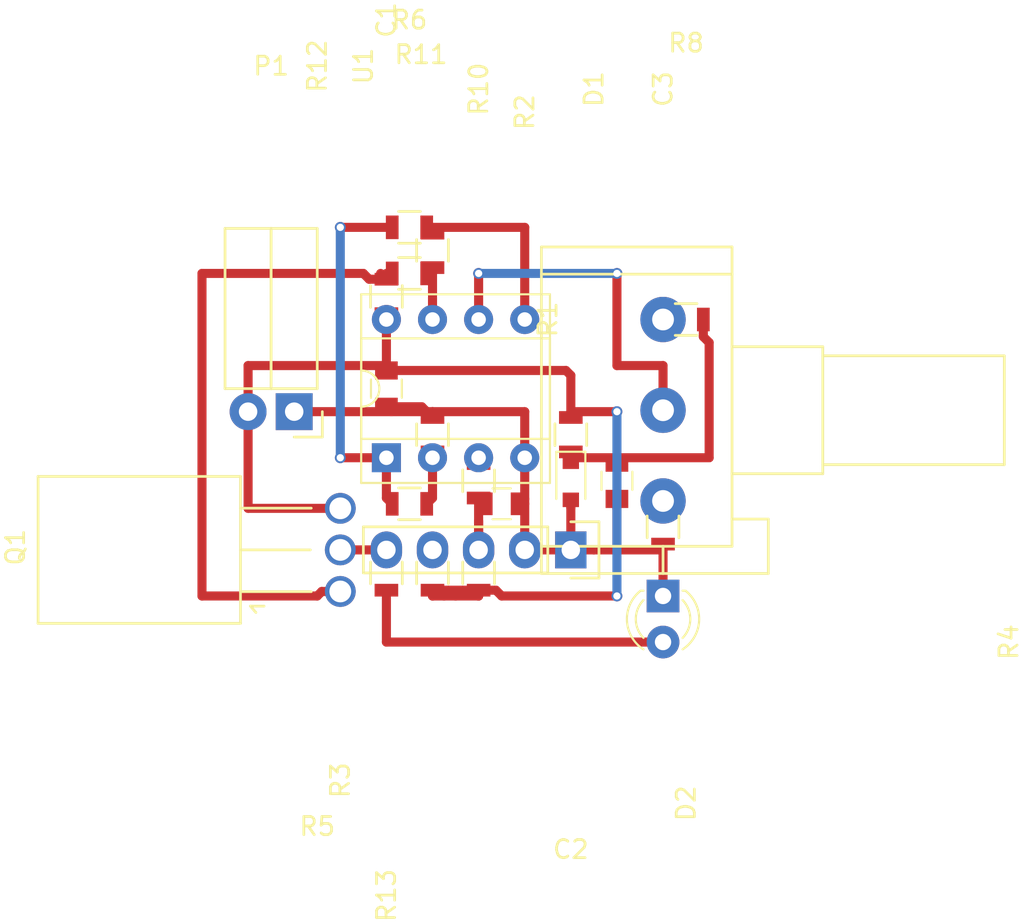
<source format=kicad_pcb>
(kicad_pcb (version 4) (host pcbnew 4.0.4+e1-6308~48~ubuntu16.04.1-stable)

  (general
    (links 41)
    (no_connects 0)
    (area 0 0 0 0)
    (thickness 1.6)
    (drawings 0)
    (tracks 97)
    (zones 0)
    (modules 23)
    (nets 17)
  )

  (page A4)
  (layers
    (0 F.Cu signal)
    (31 B.Cu signal)
    (32 B.Adhes user)
    (33 F.Adhes user)
    (34 B.Paste user)
    (35 F.Paste user)
    (36 B.SilkS user)
    (37 F.SilkS user)
    (38 B.Mask user)
    (39 F.Mask user)
    (40 Dwgs.User user)
    (41 Cmts.User user)
    (42 Eco1.User user)
    (43 Eco2.User user)
    (44 Edge.Cuts user)
    (45 Margin user)
    (46 B.CrtYd user)
    (47 F.CrtYd user)
    (48 B.Fab user)
    (49 F.Fab user)
  )

  (setup
    (last_trace_width 0.25)
    (user_trace_width 0.5)
    (user_trace_width 1)
    (trace_clearance 0.2)
    (zone_clearance 0.508)
    (zone_45_only no)
    (trace_min 0.2)
    (segment_width 0.2)
    (edge_width 0.15)
    (via_size 0.6)
    (via_drill 0.4)
    (via_min_size 0.4)
    (via_min_drill 0.3)
    (uvia_size 0.3)
    (uvia_drill 0.1)
    (uvias_allowed no)
    (uvia_min_size 0.2)
    (uvia_min_drill 0.1)
    (pcb_text_width 0.3)
    (pcb_text_size 1.5 1.5)
    (mod_edge_width 0.15)
    (mod_text_size 1 1)
    (mod_text_width 0.15)
    (pad_size 1.524 1.524)
    (pad_drill 0.762)
    (pad_to_mask_clearance 0.2)
    (aux_axis_origin 0 0)
    (visible_elements 7FFFEFFF)
    (pcbplotparams
      (layerselection 0x00030_80000001)
      (usegerberextensions false)
      (excludeedgelayer true)
      (linewidth 0.100000)
      (plotframeref false)
      (viasonmask false)
      (mode 1)
      (useauxorigin false)
      (hpglpennumber 1)
      (hpglpenspeed 20)
      (hpglpendiameter 15)
      (hpglpenoverlay 2)
      (psnegative false)
      (psa4output false)
      (plotreference true)
      (plotvalue true)
      (plotinvisibletext false)
      (padsonsilk false)
      (subtractmaskfromsilk false)
      (outputformat 1)
      (mirror false)
      (drillshape 1)
      (scaleselection 1)
      (outputdirectory ""))
  )

  (net 0 "")
  (net 1 GNDREF)
  (net 2 VCC)
  (net 3 "Net-(D2-Pad2)")
  (net 4 "Net-(P2-Pad5)")
  (net 5 "Net-(Q1-Pad1)")
  (net 6 "Net-(C3-Pad2)")
  (net 7 "Net-(R4-Pad2)")
  (net 8 "Net-(C2-Pad1)")
  (net 9 "Net-(R3-Pad1)")
  (net 10 "Net-(R5-Pad2)")
  (net 11 "Net-(R10-Pad1)")
  (net 12 "Net-(R8-Pad2)")
  (net 13 "Net-(R9-Pad1)")
  (net 14 "Net-(R10-Pad2)")
  (net 15 "Net-(RV1-Pad2)")
  (net 16 "Net-(P2-Pad4)")

  (net_class Default "This is the default net class."
    (clearance 0.2)
    (trace_width 0.25)
    (via_dia 0.6)
    (via_drill 0.4)
    (uvia_dia 0.3)
    (uvia_drill 0.1)
    (add_net GNDREF)
    (add_net "Net-(C2-Pad1)")
    (add_net "Net-(C3-Pad2)")
    (add_net "Net-(D2-Pad2)")
    (add_net "Net-(P2-Pad4)")
    (add_net "Net-(P2-Pad5)")
    (add_net "Net-(Q1-Pad1)")
    (add_net "Net-(R10-Pad1)")
    (add_net "Net-(R10-Pad2)")
    (add_net "Net-(R3-Pad1)")
    (add_net "Net-(R4-Pad2)")
    (add_net "Net-(R5-Pad2)")
    (add_net "Net-(R8-Pad2)")
    (add_net "Net-(R9-Pad1)")
    (add_net "Net-(RV1-Pad2)")
    (add_net VCC)
  )

  (module Housings_DIP:DIP-8_W7.62mm_Socket (layer F.Cu) (tedit 58959CEB) (tstamp 5888C32F)
    (at 171.45 101.6 90)
    (descr "8-lead dip package, row spacing 7.62 mm (300 mils), Socket")
    (tags "DIL DIP PDIP 2.54mm 7.62mm 300mil Socket")
    (path /5887F12D)
    (fp_text reference U1 (at 21.59 -1.27 90) (layer F.SilkS)
      (effects (font (size 1 1) (thickness 0.15)))
    )
    (fp_text value LM358 (at 5.08 6.35 180) (layer F.Fab)
      (effects (font (size 1 1) (thickness 0.15)))
    )
    (fp_arc (start 3.81 -1.39) (end 2.81 -1.39) (angle -180) (layer F.SilkS) (width 0.12))
    (fp_line (start 1.635 -1.27) (end 6.985 -1.27) (layer F.Fab) (width 0.1))
    (fp_line (start 6.985 -1.27) (end 6.985 8.89) (layer F.Fab) (width 0.1))
    (fp_line (start 6.985 8.89) (end 0.635 8.89) (layer F.Fab) (width 0.1))
    (fp_line (start 0.635 8.89) (end 0.635 -0.27) (layer F.Fab) (width 0.1))
    (fp_line (start 0.635 -0.27) (end 1.635 -1.27) (layer F.Fab) (width 0.1))
    (fp_line (start -1.27 -1.27) (end -1.27 8.89) (layer F.Fab) (width 0.1))
    (fp_line (start -1.27 8.89) (end 8.89 8.89) (layer F.Fab) (width 0.1))
    (fp_line (start 8.89 8.89) (end 8.89 -1.27) (layer F.Fab) (width 0.1))
    (fp_line (start 8.89 -1.27) (end -1.27 -1.27) (layer F.Fab) (width 0.1))
    (fp_line (start 2.81 -1.39) (end 1.04 -1.39) (layer F.SilkS) (width 0.12))
    (fp_line (start 1.04 -1.39) (end 1.04 9.01) (layer F.SilkS) (width 0.12))
    (fp_line (start 1.04 9.01) (end 6.58 9.01) (layer F.SilkS) (width 0.12))
    (fp_line (start 6.58 9.01) (end 6.58 -1.39) (layer F.SilkS) (width 0.12))
    (fp_line (start 6.58 -1.39) (end 4.81 -1.39) (layer F.SilkS) (width 0.12))
    (fp_line (start -1.39 -1.39) (end -1.39 9.01) (layer F.SilkS) (width 0.12))
    (fp_line (start -1.39 9.01) (end 9.01 9.01) (layer F.SilkS) (width 0.12))
    (fp_line (start 9.01 9.01) (end 9.01 -1.39) (layer F.SilkS) (width 0.12))
    (fp_line (start 9.01 -1.39) (end -1.39 -1.39) (layer F.SilkS) (width 0.12))
    (fp_line (start -1.7 -1.7) (end -1.7 9.3) (layer F.CrtYd) (width 0.05))
    (fp_line (start -1.7 9.3) (end 9.3 9.3) (layer F.CrtYd) (width 0.05))
    (fp_line (start 9.3 9.3) (end 9.3 -1.7) (layer F.CrtYd) (width 0.05))
    (fp_line (start 9.3 -1.7) (end -1.7 -1.7) (layer F.CrtYd) (width 0.05))
    (pad 1 thru_hole rect (at 0 0 90) (size 1.6 1.6) (drill 0.8) (layers *.Cu *.Mask)
      (net 10 "Net-(R5-Pad2)"))
    (pad 5 thru_hole oval (at 7.62 7.62 90) (size 1.6 1.6) (drill 0.8) (layers *.Cu *.Mask)
      (net 11 "Net-(R10-Pad1)"))
    (pad 2 thru_hole oval (at 0 2.54 90) (size 1.6 1.6) (drill 0.8) (layers *.Cu *.Mask)
      (net 7 "Net-(R4-Pad2)"))
    (pad 6 thru_hole oval (at 7.62 5.08 90) (size 1.6 1.6) (drill 0.8) (layers *.Cu *.Mask)
      (net 15 "Net-(RV1-Pad2)"))
    (pad 3 thru_hole oval (at 0 5.08 90) (size 1.6 1.6) (drill 0.8) (layers *.Cu *.Mask)
      (net 9 "Net-(R3-Pad1)"))
    (pad 7 thru_hole oval (at 7.62 2.54 90) (size 1.6 1.6) (drill 0.8) (layers *.Cu *.Mask)
      (net 14 "Net-(R10-Pad2)"))
    (pad 4 thru_hole oval (at 0 7.62 90) (size 1.6 1.6) (drill 0.8) (layers *.Cu *.Mask)
      (net 1 GNDREF))
    (pad 8 thru_hole oval (at 7.62 0 90) (size 1.6 1.6) (drill 0.8) (layers *.Cu *.Mask)
      (net 2 VCC))
    (model Housings_DIP.3dshapes/DIP-8_W7.62mm_Socket.wrl
      (at (xyz 0 0 0))
      (scale (xyz 1 1 1))
      (rotate (xyz 0 0 0))
    )
  )

  (module TO_SOT_Packages_THT:SOT126_SOT32_Housing_Horizontal (layer F.Cu) (tedit 58907979) (tstamp 58906921)
    (at 168.91 106.68 90)
    (descr "SOT126, SOT32, Housing, Horizontal,")
    (tags "SOT126, SOT32, Housing, Horizontal,")
    (path /588DC289)
    (fp_text reference Q1 (at 0.14986 -17.89938 90) (layer F.SilkS)
      (effects (font (size 1 1) (thickness 0.15)))
    )
    (fp_text value BD678 (at 1.27 -8.89 90) (layer F.Fab)
      (effects (font (size 1 1) (thickness 0.15)))
    )
    (fp_line (start -3.44932 -4.65074) (end -3.0988 -4.95046) (layer F.SilkS) (width 0.15))
    (fp_line (start -3.0988 -4.95046) (end -3.0988 -4.20116) (layer F.SilkS) (width 0.15))
    (fp_line (start -2.30124 -5.4991) (end -2.30124 -1.6002) (layer F.SilkS) (width 0.15))
    (fp_line (start 2.30124 -5.4991) (end 2.30124 -1.6002) (layer F.SilkS) (width 0.15))
    (fp_line (start 0 -5.4991) (end 0 -1.651) (layer F.SilkS) (width 0.15))
    (fp_line (start 4.04876 -5.4991) (end 4.04876 -16.6497) (layer F.SilkS) (width 0.15))
    (fp_line (start 4.04876 -16.6497) (end -4.04876 -16.6497) (layer F.SilkS) (width 0.15))
    (fp_line (start -4.04876 -16.6497) (end -4.04876 -5.4991) (layer F.SilkS) (width 0.15))
    (fp_line (start 4.04876 -5.4991) (end -4.04876 -5.4991) (layer F.SilkS) (width 0.15))
    (pad 2 thru_hole circle (at 0 0 90) (size 1.69926 1.69926) (drill 1.19888) (layers *.Cu *.Mask)
      (net 4 "Net-(P2-Pad5)"))
    (pad 1 thru_hole circle (at -2.29108 0 90) (size 1.69926 1.69926) (drill 1.19888) (layers *.Cu *.Mask)
      (net 5 "Net-(Q1-Pad1)"))
    (pad 3 thru_hole circle (at 2.29108 0 90) (size 1.69926 1.69926) (drill 1.19888) (layers *.Cu *.Mask)
      (net 2 VCC))
    (pad "" np_thru_hole circle (at 0 -12.79906 90) (size 3.2004 3.2004) (drill 3.2004) (layers *.Cu *.Mask))
    (model TO_SOT_Packages_THT.3dshapes/SOT126_SOT32_Housing_Horizontal.wrl
      (at (xyz 0 0 0))
      (scale (xyz 0.3937 0.3937 0.3937))
      (rotate (xyz 0 0 0))
    )
  )

  (module Resistors_SMD:R_0805 (layer F.Cu) (tedit 58892D5F) (tstamp 5885CE43)
    (at 171.45 92.71 270)
    (descr "Resistor SMD 0805, reflow soldering, Vishay (see dcrcw.pdf)")
    (tags "resistor 0805")
    (path /58891415)
    (attr smd)
    (fp_text reference R12 (at -12.7 3.81 270) (layer F.SilkS)
      (effects (font (size 1 1) (thickness 0.15)))
    )
    (fp_text value 1K (at 0 1.27 270) (layer F.Fab)
      (effects (font (size 1 1) (thickness 0.15)))
    )
    (fp_line (start -1 0.625) (end -1 -0.625) (layer F.Fab) (width 0.1))
    (fp_line (start 1 0.625) (end -1 0.625) (layer F.Fab) (width 0.1))
    (fp_line (start 1 -0.625) (end 1 0.625) (layer F.Fab) (width 0.1))
    (fp_line (start -1 -0.625) (end 1 -0.625) (layer F.Fab) (width 0.1))
    (fp_line (start -1.6 -1) (end 1.6 -1) (layer F.CrtYd) (width 0.05))
    (fp_line (start -1.6 1) (end 1.6 1) (layer F.CrtYd) (width 0.05))
    (fp_line (start -1.6 -1) (end -1.6 1) (layer F.CrtYd) (width 0.05))
    (fp_line (start 1.6 -1) (end 1.6 1) (layer F.CrtYd) (width 0.05))
    (fp_line (start 0.6 0.875) (end -0.6 0.875) (layer F.SilkS) (width 0.15))
    (fp_line (start -0.6 -0.875) (end 0.6 -0.875) (layer F.SilkS) (width 0.15))
    (pad 1 smd rect (at -0.95 0 270) (size 0.7 1.3) (layers F.Cu F.Paste F.Mask)
      (net 5 "Net-(Q1-Pad1)"))
    (pad 2 smd rect (at 0.95 0 270) (size 0.7 1.3) (layers F.Cu F.Paste F.Mask)
      (net 2 VCC))
    (model Resistors_SMD.3dshapes/R_0805.wrl
      (at (xyz 0 0 0))
      (scale (xyz 1 1 1))
      (rotate (xyz 0 0 0))
    )
  )

  (module Resistors_SMD:R_0805 (layer F.Cu) (tedit 58959D01) (tstamp 5885CE19)
    (at 172.72 104.14 180)
    (descr "Resistor SMD 0805, reflow soldering, Vishay (see dcrcw.pdf)")
    (tags "resistor 0805")
    (path /5887F133)
    (attr smd)
    (fp_text reference R5 (at 5.08 -17.78 180) (layer F.SilkS)
      (effects (font (size 1 1) (thickness 0.15)))
    )
    (fp_text value 100K (at 1.27 0 360) (layer F.Fab)
      (effects (font (size 1 1) (thickness 0.15)))
    )
    (fp_line (start -1 0.625) (end -1 -0.625) (layer F.Fab) (width 0.1))
    (fp_line (start 1 0.625) (end -1 0.625) (layer F.Fab) (width 0.1))
    (fp_line (start 1 -0.625) (end 1 0.625) (layer F.Fab) (width 0.1))
    (fp_line (start -1 -0.625) (end 1 -0.625) (layer F.Fab) (width 0.1))
    (fp_line (start -1.6 -1) (end 1.6 -1) (layer F.CrtYd) (width 0.05))
    (fp_line (start -1.6 1) (end 1.6 1) (layer F.CrtYd) (width 0.05))
    (fp_line (start -1.6 -1) (end -1.6 1) (layer F.CrtYd) (width 0.05))
    (fp_line (start 1.6 -1) (end 1.6 1) (layer F.CrtYd) (width 0.05))
    (fp_line (start 0.6 0.875) (end -0.6 0.875) (layer F.SilkS) (width 0.15))
    (fp_line (start -0.6 -0.875) (end 0.6 -0.875) (layer F.SilkS) (width 0.15))
    (pad 1 smd rect (at -0.95 0 180) (size 0.7 1.3) (layers F.Cu F.Paste F.Mask)
      (net 7 "Net-(R4-Pad2)"))
    (pad 2 smd rect (at 0.95 0 180) (size 0.7 1.3) (layers F.Cu F.Paste F.Mask)
      (net 10 "Net-(R5-Pad2)"))
    (model Resistors_SMD.3dshapes/R_0805.wrl
      (at (xyz 0 0 0))
      (scale (xyz 1 1 1))
      (rotate (xyz 0 0 0))
    )
  )

  (module Resistors_SMD:R_0805 (layer F.Cu) (tedit 58959CB8) (tstamp 5885CE0D)
    (at 176.53 102.87 270)
    (descr "Resistor SMD 0805, reflow soldering, Vishay (see dcrcw.pdf)")
    (tags "resistor 0805")
    (path /5887F13F)
    (attr smd)
    (fp_text reference R3 (at 16.51 7.62 270) (layer F.SilkS)
      (effects (font (size 1 1) (thickness 0.15)))
    )
    (fp_text value 10K (at -3.81 0 270) (layer F.Fab)
      (effects (font (size 1 1) (thickness 0.15)))
    )
    (fp_line (start -1 0.625) (end -1 -0.625) (layer F.Fab) (width 0.1))
    (fp_line (start 1 0.625) (end -1 0.625) (layer F.Fab) (width 0.1))
    (fp_line (start 1 -0.625) (end 1 0.625) (layer F.Fab) (width 0.1))
    (fp_line (start -1 -0.625) (end 1 -0.625) (layer F.Fab) (width 0.1))
    (fp_line (start -1.6 -1) (end 1.6 -1) (layer F.CrtYd) (width 0.05))
    (fp_line (start -1.6 1) (end 1.6 1) (layer F.CrtYd) (width 0.05))
    (fp_line (start -1.6 -1) (end -1.6 1) (layer F.CrtYd) (width 0.05))
    (fp_line (start 1.6 -1) (end 1.6 1) (layer F.CrtYd) (width 0.05))
    (fp_line (start 0.6 0.875) (end -0.6 0.875) (layer F.SilkS) (width 0.15))
    (fp_line (start -0.6 -0.875) (end 0.6 -0.875) (layer F.SilkS) (width 0.15))
    (pad 1 smd rect (at -0.95 0 270) (size 0.7 1.3) (layers F.Cu F.Paste F.Mask)
      (net 9 "Net-(R3-Pad1)"))
    (pad 2 smd rect (at 0.95 0 270) (size 0.7 1.3) (layers F.Cu F.Paste F.Mask)
      (net 8 "Net-(C2-Pad1)"))
    (model Resistors_SMD.3dshapes/R_0805.wrl
      (at (xyz 0 0 0))
      (scale (xyz 1 1 1))
      (rotate (xyz 0 0 0))
    )
  )

  (module Capacitors_SMD:C_0805 (layer F.Cu) (tedit 58959CBC) (tstamp 5885CDC6)
    (at 177.8 104.14)
    (descr "Capacitor SMD 0805, reflow soldering, AVX (see smccp.pdf)")
    (tags "capacitor 0805")
    (path /5887F165)
    (attr smd)
    (fp_text reference C2 (at 3.81 19.05) (layer F.SilkS)
      (effects (font (size 1 1) (thickness 0.15)))
    )
    (fp_text value 100n (at 0 1.27) (layer F.Fab)
      (effects (font (size 1 1) (thickness 0.15)))
    )
    (fp_line (start -1 0.625) (end -1 -0.625) (layer F.Fab) (width 0.1))
    (fp_line (start 1 0.625) (end -1 0.625) (layer F.Fab) (width 0.1))
    (fp_line (start 1 -0.625) (end 1 0.625) (layer F.Fab) (width 0.1))
    (fp_line (start -1 -0.625) (end 1 -0.625) (layer F.Fab) (width 0.1))
    (fp_line (start -1.8 -1) (end 1.8 -1) (layer F.CrtYd) (width 0.05))
    (fp_line (start -1.8 1) (end 1.8 1) (layer F.CrtYd) (width 0.05))
    (fp_line (start -1.8 -1) (end -1.8 1) (layer F.CrtYd) (width 0.05))
    (fp_line (start 1.8 -1) (end 1.8 1) (layer F.CrtYd) (width 0.05))
    (fp_line (start 0.5 -0.85) (end -0.5 -0.85) (layer F.SilkS) (width 0.12))
    (fp_line (start -0.5 0.85) (end 0.5 0.85) (layer F.SilkS) (width 0.12))
    (pad 1 smd rect (at -1 0) (size 1 1.25) (layers F.Cu F.Paste F.Mask)
      (net 8 "Net-(C2-Pad1)"))
    (pad 2 smd rect (at 1 0) (size 1 1.25) (layers F.Cu F.Paste F.Mask)
      (net 1 GNDREF))
    (model Capacitors_SMD.3dshapes/C_0805.wrl
      (at (xyz 0 0 0))
      (scale (xyz 1 1 1))
      (rotate (xyz 0 0 0))
    )
  )

  (module Capacitors_SMD:C_0805 (layer F.Cu) (tedit 58907908) (tstamp 5885CDCC)
    (at 184.15 102.87 90)
    (descr "Capacitor SMD 0805, reflow soldering, AVX (see smccp.pdf)")
    (tags "capacitor 0805")
    (path /58897E0C)
    (attr smd)
    (fp_text reference C3 (at 21.59 2.54 90) (layer F.SilkS)
      (effects (font (size 1 1) (thickness 0.15)))
    )
    (fp_text value 100n (at 1.27 -1.27 90) (layer F.Fab)
      (effects (font (size 1 1) (thickness 0.15)))
    )
    (fp_line (start -1 0.625) (end -1 -0.625) (layer F.Fab) (width 0.1))
    (fp_line (start 1 0.625) (end -1 0.625) (layer F.Fab) (width 0.1))
    (fp_line (start 1 -0.625) (end 1 0.625) (layer F.Fab) (width 0.1))
    (fp_line (start -1 -0.625) (end 1 -0.625) (layer F.Fab) (width 0.1))
    (fp_line (start -1.8 -1) (end 1.8 -1) (layer F.CrtYd) (width 0.05))
    (fp_line (start -1.8 1) (end 1.8 1) (layer F.CrtYd) (width 0.05))
    (fp_line (start -1.8 -1) (end -1.8 1) (layer F.CrtYd) (width 0.05))
    (fp_line (start 1.8 -1) (end 1.8 1) (layer F.CrtYd) (width 0.05))
    (fp_line (start 0.5 -0.85) (end -0.5 -0.85) (layer F.SilkS) (width 0.12))
    (fp_line (start -0.5 0.85) (end 0.5 0.85) (layer F.SilkS) (width 0.12))
    (pad 1 smd rect (at -1 0 90) (size 1 1.25) (layers F.Cu F.Paste F.Mask)
      (net 1 GNDREF))
    (pad 2 smd rect (at 1 0 90) (size 1 1.25) (layers F.Cu F.Paste F.Mask)
      (net 6 "Net-(C3-Pad2)"))
    (model Capacitors_SMD.3dshapes/C_0805.wrl
      (at (xyz 0 0 0))
      (scale (xyz 1 1 1))
      (rotate (xyz 0 0 0))
    )
  )

  (module Diodes_SMD:D_0805 (layer F.Cu) (tedit 58959CDE) (tstamp 5885CDD8)
    (at 181.61 102.87 270)
    (descr "Diode SMD in 0805 package")
    (tags "smd diode")
    (path /58897DE2)
    (attr smd)
    (fp_text reference D1 (at -21.59 -1.27 270) (layer F.SilkS)
      (effects (font (size 1 1) (thickness 0.15)))
    )
    (fp_text value 5V1 (at 1.27 0 270) (layer F.Fab)
      (effects (font (size 1 1) (thickness 0.15)))
    )
    (fp_line (start -1.6 -0.8) (end -1.6 0.8) (layer F.SilkS) (width 0.12))
    (fp_line (start -1.7 0.88) (end -1.7 -0.88) (layer F.CrtYd) (width 0.05))
    (fp_line (start 1.7 0.88) (end -1.7 0.88) (layer F.CrtYd) (width 0.05))
    (fp_line (start 1.7 -0.88) (end 1.7 0.88) (layer F.CrtYd) (width 0.05))
    (fp_line (start -1.7 -0.88) (end 1.7 -0.88) (layer F.CrtYd) (width 0.05))
    (fp_line (start 0.2 0) (end 0.4 0) (layer F.Fab) (width 0.1))
    (fp_line (start -0.1 0) (end -0.3 0) (layer F.Fab) (width 0.1))
    (fp_line (start -0.1 -0.2) (end -0.1 0.2) (layer F.Fab) (width 0.1))
    (fp_line (start 0.2 0.2) (end 0.2 -0.2) (layer F.Fab) (width 0.1))
    (fp_line (start -0.1 0) (end 0.2 0.2) (layer F.Fab) (width 0.1))
    (fp_line (start 0.2 -0.2) (end -0.1 0) (layer F.Fab) (width 0.1))
    (fp_line (start -1 0.625) (end -1 -0.625) (layer F.Fab) (width 0.1))
    (fp_line (start 1 0.625) (end -1 0.625) (layer F.Fab) (width 0.1))
    (fp_line (start 1 -0.625) (end 1 0.625) (layer F.Fab) (width 0.1))
    (fp_line (start -1 -0.625) (end 1 -0.625) (layer F.Fab) (width 0.1))
    (fp_line (start -1.6 0.8) (end 1 0.8) (layer F.SilkS) (width 0.12))
    (fp_line (start -1.6 -0.8) (end 1 -0.8) (layer F.SilkS) (width 0.12))
    (pad 1 smd rect (at -1.05 0 270) (size 0.8 0.9) (layers F.Cu F.Paste F.Mask)
      (net 6 "Net-(C3-Pad2)"))
    (pad 2 smd rect (at 1.05 0 270) (size 0.8 0.9) (layers F.Cu F.Paste F.Mask)
      (net 1 GNDREF))
  )

  (module LEDs:LED_D3.0mm (layer F.Cu) (tedit 58959CAF) (tstamp 5885CDDE)
    (at 186.69 109.22 270)
    (descr "LED, diameter 3.0mm, 2 pins")
    (tags "LED diameter 3.0mm 2 pins")
    (path /5889142D)
    (fp_text reference D2 (at 11.43 -1.27 270) (layer F.SilkS)
      (effects (font (size 1 1) (thickness 0.15)))
    )
    (fp_text value LED (at 1.27 -3.81 270) (layer F.Fab)
      (effects (font (size 1 1) (thickness 0.15)))
    )
    (fp_arc (start 1.27 0) (end -0.23 -1.16619) (angle 284.3) (layer F.Fab) (width 0.1))
    (fp_arc (start 1.27 0) (end -0.29 -1.235516) (angle 108.8) (layer F.SilkS) (width 0.12))
    (fp_arc (start 1.27 0) (end -0.29 1.235516) (angle -108.8) (layer F.SilkS) (width 0.12))
    (fp_arc (start 1.27 0) (end 0.229039 -1.08) (angle 87.9) (layer F.SilkS) (width 0.12))
    (fp_arc (start 1.27 0) (end 0.229039 1.08) (angle -87.9) (layer F.SilkS) (width 0.12))
    (fp_circle (center 1.27 0) (end 2.77 0) (layer F.Fab) (width 0.1))
    (fp_line (start -0.23 -1.16619) (end -0.23 1.16619) (layer F.Fab) (width 0.1))
    (fp_line (start -0.29 -1.236) (end -0.29 -1.08) (layer F.SilkS) (width 0.12))
    (fp_line (start -0.29 1.08) (end -0.29 1.236) (layer F.SilkS) (width 0.12))
    (fp_line (start -1.15 -2.25) (end -1.15 2.25) (layer F.CrtYd) (width 0.05))
    (fp_line (start -1.15 2.25) (end 3.7 2.25) (layer F.CrtYd) (width 0.05))
    (fp_line (start 3.7 2.25) (end 3.7 -2.25) (layer F.CrtYd) (width 0.05))
    (fp_line (start 3.7 -2.25) (end -1.15 -2.25) (layer F.CrtYd) (width 0.05))
    (pad 1 thru_hole rect (at 0 0 270) (size 1.8 1.8) (drill 0.9) (layers *.Cu *.Mask)
      (net 1 GNDREF))
    (pad 2 thru_hole circle (at 2.54 0 270) (size 1.8 1.8) (drill 0.9) (layers *.Cu *.Mask)
      (net 3 "Net-(D2-Pad2)"))
    (model LEDs.3dshapes/LED_D3.0mm.wrl
      (at (xyz 0 0 0))
      (scale (xyz 0.393701 0.393701 0.393701))
      (rotate (xyz 0 0 0))
    )
  )

  (module Socket_Strips:Socket_Strip_Straight_1x05 (layer F.Cu) (tedit 588E30EE) (tstamp 5885CDED)
    (at 181.61 106.68 180)
    (descr "Through hole socket strip")
    (tags "socket strip")
    (path /58891446)
    (fp_text reference P2 (at -1.27 -12.7 180) (layer F.SilkS) hide
      (effects (font (size 1 1) (thickness 0.15)))
    )
    (fp_text value CONN_01X05 (at 5.08 -12.7 180) (layer F.Fab) hide
      (effects (font (size 1 1) (thickness 0.15)))
    )
    (fp_line (start -1.75 -1.75) (end -1.75 1.75) (layer F.CrtYd) (width 0.05))
    (fp_line (start 11.95 -1.75) (end 11.95 1.75) (layer F.CrtYd) (width 0.05))
    (fp_line (start -1.75 -1.75) (end 11.95 -1.75) (layer F.CrtYd) (width 0.05))
    (fp_line (start -1.75 1.75) (end 11.95 1.75) (layer F.CrtYd) (width 0.05))
    (fp_line (start 1.27 1.27) (end 11.43 1.27) (layer F.SilkS) (width 0.15))
    (fp_line (start 11.43 1.27) (end 11.43 -1.27) (layer F.SilkS) (width 0.15))
    (fp_line (start 11.43 -1.27) (end 1.27 -1.27) (layer F.SilkS) (width 0.15))
    (fp_line (start -1.55 1.55) (end 0 1.55) (layer F.SilkS) (width 0.15))
    (fp_line (start 1.27 1.27) (end 1.27 -1.27) (layer F.SilkS) (width 0.15))
    (fp_line (start 0 -1.55) (end -1.55 -1.55) (layer F.SilkS) (width 0.15))
    (fp_line (start -1.55 -1.55) (end -1.55 1.55) (layer F.SilkS) (width 0.15))
    (pad 1 thru_hole rect (at 0 0 180) (size 1.7272 2.032) (drill 1.016) (layers *.Cu *.Mask)
      (net 1 GNDREF))
    (pad 2 thru_hole oval (at 2.54 0 180) (size 1.7272 2.032) (drill 1.016) (layers *.Cu *.Mask)
      (net 1 GNDREF))
    (pad 3 thru_hole oval (at 5.08 0 180) (size 1.7272 2.032) (drill 1.016) (layers *.Cu *.Mask)
      (net 8 "Net-(C2-Pad1)"))
    (pad 4 thru_hole oval (at 7.62 0 180) (size 1.7272 2.032) (drill 1.016) (layers *.Cu *.Mask)
      (net 16 "Net-(P2-Pad4)"))
    (pad 5 thru_hole oval (at 10.16 0 180) (size 1.7272 2.032) (drill 1.016) (layers *.Cu *.Mask)
      (net 4 "Net-(P2-Pad5)"))
    (model Socket_Strips.3dshapes/Socket_Strip_Straight_1x05.wrl
      (at (xyz 0.2 0 0))
      (scale (xyz 1 1 1))
      (rotate (xyz 0 0 180))
    )
  )

  (module Resistors_SMD:R_0805 (layer F.Cu) (tedit 58959D06) (tstamp 5885CE01)
    (at 173.99 107.95 270)
    (descr "Resistor SMD 0805, reflow soldering, Vishay (see dcrcw.pdf)")
    (tags "resistor 0805")
    (path /588A1762)
    (attr smd)
    (fp_text reference R1 (at -13.97 -6.35 270) (layer F.SilkS)
      (effects (font (size 1 1) (thickness 0.15)))
    )
    (fp_text value 1K (at 2.54 0 270) (layer F.Fab)
      (effects (font (size 1 1) (thickness 0.15)))
    )
    (fp_line (start -1 0.625) (end -1 -0.625) (layer F.Fab) (width 0.1))
    (fp_line (start 1 0.625) (end -1 0.625) (layer F.Fab) (width 0.1))
    (fp_line (start 1 -0.625) (end 1 0.625) (layer F.Fab) (width 0.1))
    (fp_line (start -1 -0.625) (end 1 -0.625) (layer F.Fab) (width 0.1))
    (fp_line (start -1.6 -1) (end 1.6 -1) (layer F.CrtYd) (width 0.05))
    (fp_line (start -1.6 1) (end 1.6 1) (layer F.CrtYd) (width 0.05))
    (fp_line (start -1.6 -1) (end -1.6 1) (layer F.CrtYd) (width 0.05))
    (fp_line (start 1.6 -1) (end 1.6 1) (layer F.CrtYd) (width 0.05))
    (fp_line (start 0.6 0.875) (end -0.6 0.875) (layer F.SilkS) (width 0.15))
    (fp_line (start -0.6 -0.875) (end 0.6 -0.875) (layer F.SilkS) (width 0.15))
    (pad 1 smd rect (at -0.95 0 270) (size 0.7 1.3) (layers F.Cu F.Paste F.Mask)
      (net 16 "Net-(P2-Pad4)"))
    (pad 2 smd rect (at 0.95 0 270) (size 0.7 1.3) (layers F.Cu F.Paste F.Mask)
      (net 2 VCC))
    (model Resistors_SMD.3dshapes/R_0805.wrl
      (at (xyz 0 0 0))
      (scale (xyz 1 1 1))
      (rotate (xyz 0 0 0))
    )
  )

  (module Resistors_SMD:R_0805 (layer F.Cu) (tedit 58907942) (tstamp 5885CE07)
    (at 176.53 107.95 90)
    (descr "Resistor SMD 0805, reflow soldering, Vishay (see dcrcw.pdf)")
    (tags "resistor 0805")
    (path /5887F145)
    (attr smd)
    (fp_text reference R2 (at 25.4 2.54 90) (layer F.SilkS)
      (effects (font (size 1 1) (thickness 0.15)))
    )
    (fp_text value 100K (at -3.81 0 90) (layer F.Fab)
      (effects (font (size 1 1) (thickness 0.15)))
    )
    (fp_line (start -1 0.625) (end -1 -0.625) (layer F.Fab) (width 0.1))
    (fp_line (start 1 0.625) (end -1 0.625) (layer F.Fab) (width 0.1))
    (fp_line (start 1 -0.625) (end 1 0.625) (layer F.Fab) (width 0.1))
    (fp_line (start -1 -0.625) (end 1 -0.625) (layer F.Fab) (width 0.1))
    (fp_line (start -1.6 -1) (end 1.6 -1) (layer F.CrtYd) (width 0.05))
    (fp_line (start -1.6 1) (end 1.6 1) (layer F.CrtYd) (width 0.05))
    (fp_line (start -1.6 -1) (end -1.6 1) (layer F.CrtYd) (width 0.05))
    (fp_line (start 1.6 -1) (end 1.6 1) (layer F.CrtYd) (width 0.05))
    (fp_line (start 0.6 0.875) (end -0.6 0.875) (layer F.SilkS) (width 0.15))
    (fp_line (start -0.6 -0.875) (end 0.6 -0.875) (layer F.SilkS) (width 0.15))
    (pad 1 smd rect (at -0.95 0 90) (size 0.7 1.3) (layers F.Cu F.Paste F.Mask)
      (net 2 VCC))
    (pad 2 smd rect (at 0.95 0 90) (size 0.7 1.3) (layers F.Cu F.Paste F.Mask)
      (net 8 "Net-(C2-Pad1)"))
    (model Resistors_SMD.3dshapes/R_0805.wrl
      (at (xyz 0 0 0))
      (scale (xyz 1 1 1))
      (rotate (xyz 0 0 0))
    )
  )

  (module Resistors_SMD:R_0805 (layer F.Cu) (tedit 58959CF2) (tstamp 5885CE13)
    (at 173.99 100.33 270)
    (descr "Resistor SMD 0805, reflow soldering, Vishay (see dcrcw.pdf)")
    (tags "resistor 0805")
    (path /5887F139)
    (attr smd)
    (fp_text reference R4 (at 11.43 -31.75 270) (layer F.SilkS)
      (effects (font (size 1 1) (thickness 0.15)))
    )
    (fp_text value 1K (at -2.54 0 270) (layer F.Fab)
      (effects (font (size 1 1) (thickness 0.15)))
    )
    (fp_line (start -1 0.625) (end -1 -0.625) (layer F.Fab) (width 0.1))
    (fp_line (start 1 0.625) (end -1 0.625) (layer F.Fab) (width 0.1))
    (fp_line (start 1 -0.625) (end 1 0.625) (layer F.Fab) (width 0.1))
    (fp_line (start -1 -0.625) (end 1 -0.625) (layer F.Fab) (width 0.1))
    (fp_line (start -1.6 -1) (end 1.6 -1) (layer F.CrtYd) (width 0.05))
    (fp_line (start -1.6 1) (end 1.6 1) (layer F.CrtYd) (width 0.05))
    (fp_line (start -1.6 -1) (end -1.6 1) (layer F.CrtYd) (width 0.05))
    (fp_line (start 1.6 -1) (end 1.6 1) (layer F.CrtYd) (width 0.05))
    (fp_line (start 0.6 0.875) (end -0.6 0.875) (layer F.SilkS) (width 0.15))
    (fp_line (start -0.6 -0.875) (end 0.6 -0.875) (layer F.SilkS) (width 0.15))
    (pad 1 smd rect (at -0.95 0 270) (size 0.7 1.3) (layers F.Cu F.Paste F.Mask)
      (net 1 GNDREF))
    (pad 2 smd rect (at 0.95 0 270) (size 0.7 1.3) (layers F.Cu F.Paste F.Mask)
      (net 7 "Net-(R4-Pad2)"))
    (model Resistors_SMD.3dshapes/R_0805.wrl
      (at (xyz 0 0 0))
      (scale (xyz 1 1 1))
      (rotate (xyz 0 0 0))
    )
  )

  (module Resistors_SMD:R_0805 (layer F.Cu) (tedit 5890790E) (tstamp 5885CE1F)
    (at 172.72 88.9 180)
    (descr "Resistor SMD 0805, reflow soldering, Vishay (see dcrcw.pdf)")
    (tags "resistor 0805")
    (path /588874B6)
    (attr smd)
    (fp_text reference R6 (at 0 11.43 180) (layer F.SilkS)
      (effects (font (size 1 1) (thickness 0.15)))
    )
    (fp_text value 10K (at 1.27 2.54 360) (layer F.Fab)
      (effects (font (size 1 1) (thickness 0.15)))
    )
    (fp_line (start -1 0.625) (end -1 -0.625) (layer F.Fab) (width 0.1))
    (fp_line (start 1 0.625) (end -1 0.625) (layer F.Fab) (width 0.1))
    (fp_line (start 1 -0.625) (end 1 0.625) (layer F.Fab) (width 0.1))
    (fp_line (start -1 -0.625) (end 1 -0.625) (layer F.Fab) (width 0.1))
    (fp_line (start -1.6 -1) (end 1.6 -1) (layer F.CrtYd) (width 0.05))
    (fp_line (start -1.6 1) (end 1.6 1) (layer F.CrtYd) (width 0.05))
    (fp_line (start -1.6 -1) (end -1.6 1) (layer F.CrtYd) (width 0.05))
    (fp_line (start 1.6 -1) (end 1.6 1) (layer F.CrtYd) (width 0.05))
    (fp_line (start 0.6 0.875) (end -0.6 0.875) (layer F.SilkS) (width 0.15))
    (fp_line (start -0.6 -0.875) (end 0.6 -0.875) (layer F.SilkS) (width 0.15))
    (pad 1 smd rect (at -0.95 0 180) (size 0.7 1.3) (layers F.Cu F.Paste F.Mask)
      (net 11 "Net-(R10-Pad1)"))
    (pad 2 smd rect (at 0.95 0 180) (size 0.7 1.3) (layers F.Cu F.Paste F.Mask)
      (net 10 "Net-(R5-Pad2)"))
    (model Resistors_SMD.3dshapes/R_0805.wrl
      (at (xyz 0 0 0))
      (scale (xyz 1 1 1))
      (rotate (xyz 0 0 0))
    )
  )

  (module Resistors_SMD:R_0805 (layer F.Cu) (tedit 58959CD8) (tstamp 5885CE25)
    (at 181.61 100.33 90)
    (descr "Resistor SMD 0805, reflow soldering, Vishay (see dcrcw.pdf)")
    (tags "resistor 0805")
    (path /58897DDC)
    (attr smd)
    (fp_text reference R7 (at 21.59 6.35 180) (layer F.SilkS) hide
      (effects (font (size 1 1) (thickness 0.15)))
    )
    (fp_text value 10K (at 2.54 0 180) (layer F.Fab)
      (effects (font (size 1 1) (thickness 0.15)))
    )
    (fp_line (start -1 0.625) (end -1 -0.625) (layer F.Fab) (width 0.1))
    (fp_line (start 1 0.625) (end -1 0.625) (layer F.Fab) (width 0.1))
    (fp_line (start 1 -0.625) (end 1 0.625) (layer F.Fab) (width 0.1))
    (fp_line (start -1 -0.625) (end 1 -0.625) (layer F.Fab) (width 0.1))
    (fp_line (start -1.6 -1) (end 1.6 -1) (layer F.CrtYd) (width 0.05))
    (fp_line (start -1.6 1) (end 1.6 1) (layer F.CrtYd) (width 0.05))
    (fp_line (start -1.6 -1) (end -1.6 1) (layer F.CrtYd) (width 0.05))
    (fp_line (start 1.6 -1) (end 1.6 1) (layer F.CrtYd) (width 0.05))
    (fp_line (start 0.6 0.875) (end -0.6 0.875) (layer F.SilkS) (width 0.15))
    (fp_line (start -0.6 -0.875) (end 0.6 -0.875) (layer F.SilkS) (width 0.15))
    (pad 1 smd rect (at -0.95 0 90) (size 0.7 1.3) (layers F.Cu F.Paste F.Mask)
      (net 6 "Net-(C3-Pad2)"))
    (pad 2 smd rect (at 0.95 0 90) (size 0.7 1.3) (layers F.Cu F.Paste F.Mask)
      (net 2 VCC))
    (model Resistors_SMD.3dshapes/R_0805.wrl
      (at (xyz 0 0 0))
      (scale (xyz 1 1 1))
      (rotate (xyz 0 0 0))
    )
  )

  (module Resistors_SMD:R_0805 (layer F.Cu) (tedit 58959CCE) (tstamp 5885CE31)
    (at 186.69 105.41 270)
    (descr "Resistor SMD 0805, reflow soldering, Vishay (see dcrcw.pdf)")
    (tags "resistor 0805")
    (path /58897E01)
    (attr smd)
    (fp_text reference R9 (at 6.35 -16.51 270) (layer F.SilkS) hide
      (effects (font (size 1 1) (thickness 0.15)))
    )
    (fp_text value 4K7 (at 0 -1.27 270) (layer F.Fab)
      (effects (font (size 1 1) (thickness 0.15)))
    )
    (fp_line (start -1 0.625) (end -1 -0.625) (layer F.Fab) (width 0.1))
    (fp_line (start 1 0.625) (end -1 0.625) (layer F.Fab) (width 0.1))
    (fp_line (start 1 -0.625) (end 1 0.625) (layer F.Fab) (width 0.1))
    (fp_line (start -1 -0.625) (end 1 -0.625) (layer F.Fab) (width 0.1))
    (fp_line (start -1.6 -1) (end 1.6 -1) (layer F.CrtYd) (width 0.05))
    (fp_line (start -1.6 1) (end 1.6 1) (layer F.CrtYd) (width 0.05))
    (fp_line (start -1.6 -1) (end -1.6 1) (layer F.CrtYd) (width 0.05))
    (fp_line (start 1.6 -1) (end 1.6 1) (layer F.CrtYd) (width 0.05))
    (fp_line (start 0.6 0.875) (end -0.6 0.875) (layer F.SilkS) (width 0.15))
    (fp_line (start -0.6 -0.875) (end 0.6 -0.875) (layer F.SilkS) (width 0.15))
    (pad 1 smd rect (at -0.95 0 270) (size 0.7 1.3) (layers F.Cu F.Paste F.Mask)
      (net 13 "Net-(R9-Pad1)"))
    (pad 2 smd rect (at 0.95 0 270) (size 0.7 1.3) (layers F.Cu F.Paste F.Mask)
      (net 1 GNDREF))
    (model Resistors_SMD.3dshapes/R_0805.wrl
      (at (xyz 0 0 0))
      (scale (xyz 1 1 1))
      (rotate (xyz 0 0 0))
    )
  )

  (module Resistors_SMD:R_0805 (layer F.Cu) (tedit 58959D09) (tstamp 5885CE49)
    (at 171.45 107.95 90)
    (descr "Resistor SMD 0805, reflow soldering, Vishay (see dcrcw.pdf)")
    (tags "resistor 0805")
    (path /58891427)
    (attr smd)
    (fp_text reference R13 (at -17.78 0 90) (layer F.SilkS)
      (effects (font (size 1 1) (thickness 0.15)))
    )
    (fp_text value 1K (at -2.54 0 90) (layer F.Fab)
      (effects (font (size 1 1) (thickness 0.15)))
    )
    (fp_line (start -1 0.625) (end -1 -0.625) (layer F.Fab) (width 0.1))
    (fp_line (start 1 0.625) (end -1 0.625) (layer F.Fab) (width 0.1))
    (fp_line (start 1 -0.625) (end 1 0.625) (layer F.Fab) (width 0.1))
    (fp_line (start -1 -0.625) (end 1 -0.625) (layer F.Fab) (width 0.1))
    (fp_line (start -1.6 -1) (end 1.6 -1) (layer F.CrtYd) (width 0.05))
    (fp_line (start -1.6 1) (end 1.6 1) (layer F.CrtYd) (width 0.05))
    (fp_line (start -1.6 -1) (end -1.6 1) (layer F.CrtYd) (width 0.05))
    (fp_line (start 1.6 -1) (end 1.6 1) (layer F.CrtYd) (width 0.05))
    (fp_line (start 0.6 0.875) (end -0.6 0.875) (layer F.SilkS) (width 0.15))
    (fp_line (start -0.6 -0.875) (end 0.6 -0.875) (layer F.SilkS) (width 0.15))
    (pad 1 smd rect (at -0.95 0 90) (size 0.7 1.3) (layers F.Cu F.Paste F.Mask)
      (net 3 "Net-(D2-Pad2)"))
    (pad 2 smd rect (at 0.95 0 90) (size 0.7 1.3) (layers F.Cu F.Paste F.Mask)
      (net 4 "Net-(P2-Pad5)"))
    (model Resistors_SMD.3dshapes/R_0805.wrl
      (at (xyz 0 0 0))
      (scale (xyz 1 1 1))
      (rotate (xyz 0 0 0))
    )
  )

  (module Capacitors_SMD:C_0805 (layer F.Cu) (tedit 58959CF8) (tstamp 5888C2F5)
    (at 171.45 97.79 270)
    (descr "Capacitor SMD 0805, reflow soldering, AVX (see smccp.pdf)")
    (tags "capacitor 0805")
    (path /588A176B)
    (attr smd)
    (fp_text reference C1 (at -20.32 0 270) (layer F.SilkS)
      (effects (font (size 1 1) (thickness 0.15)))
    )
    (fp_text value 220n (at 0 1.27 270) (layer F.Fab)
      (effects (font (size 1 1) (thickness 0.15)))
    )
    (fp_line (start -1 0.625) (end -1 -0.625) (layer F.Fab) (width 0.1))
    (fp_line (start 1 0.625) (end -1 0.625) (layer F.Fab) (width 0.1))
    (fp_line (start 1 -0.625) (end 1 0.625) (layer F.Fab) (width 0.1))
    (fp_line (start -1 -0.625) (end 1 -0.625) (layer F.Fab) (width 0.1))
    (fp_line (start -1.8 -1) (end 1.8 -1) (layer F.CrtYd) (width 0.05))
    (fp_line (start -1.8 1) (end 1.8 1) (layer F.CrtYd) (width 0.05))
    (fp_line (start -1.8 -1) (end -1.8 1) (layer F.CrtYd) (width 0.05))
    (fp_line (start 1.8 -1) (end 1.8 1) (layer F.CrtYd) (width 0.05))
    (fp_line (start 0.5 -0.85) (end -0.5 -0.85) (layer F.SilkS) (width 0.12))
    (fp_line (start -0.5 0.85) (end 0.5 0.85) (layer F.SilkS) (width 0.12))
    (pad 1 smd rect (at -1 0 270) (size 1 1.25) (layers F.Cu F.Paste F.Mask)
      (net 2 VCC))
    (pad 2 smd rect (at 1 0 270) (size 1 1.25) (layers F.Cu F.Paste F.Mask)
      (net 1 GNDREF))
    (model Capacitors_SMD.3dshapes/C_0805.wrl
      (at (xyz 0 0 0))
      (scale (xyz 1 1 1))
      (rotate (xyz 0 0 0))
    )
  )

  (module Potentiometers:Potentiometer_Alps-RK16-single (layer F.Cu) (tedit 58892BC5) (tstamp 5888C32E)
    (at 186.69 93.98)
    (descr "Potentiometer, Alps, RK16, single, RevA, 30 July 2010,")
    (tags "Potentiometer, Alps, RK16, single, RevA, 30 July 2010,")
    (path /58897DD6)
    (fp_text reference RV1 (at 13.97 5.08 90) (layer Dwgs.User)
      (effects (font (size 1 1) (thickness 0.15)))
    )
    (fp_text value 1K (at 11.43 5.08 90) (layer F.Fab)
      (effects (font (size 1 1) (thickness 0.15)))
    )
    (fp_line (start 0 14.00048) (end -6.70052 14.00048) (layer F.SilkS) (width 0.15))
    (fp_line (start -6.70052 14.00048) (end -6.70052 12.40028) (layer F.SilkS) (width 0.15))
    (fp_line (start 3.79984 -2.49936) (end 3.79984 -3.99796) (layer F.SilkS) (width 0.15))
    (fp_line (start 3.79984 -3.99796) (end -6.70052 -3.99796) (layer F.SilkS) (width 0.15))
    (fp_line (start -6.70052 -3.99796) (end -6.70052 -2.49936) (layer F.SilkS) (width 0.15))
    (fp_line (start 3.79984 11.00074) (end 5.79882 11.00074) (layer F.SilkS) (width 0.15))
    (fp_line (start 5.79882 11.00074) (end 5.79882 14.00048) (layer F.SilkS) (width 0.15))
    (fp_line (start 5.79882 14.00048) (end 0 14.00048) (layer F.SilkS) (width 0.15))
    (fp_line (start 0 14.00048) (end 0 12.50188) (layer F.SilkS) (width 0.15))
    (fp_line (start 8.8011 2.00152) (end 18.80108 2.00152) (layer F.SilkS) (width 0.15))
    (fp_line (start 18.80108 2.00152) (end 18.80108 8.001) (layer F.SilkS) (width 0.15))
    (fp_line (start 18.80108 8.001) (end 8.8011 8.001) (layer F.SilkS) (width 0.15))
    (fp_line (start 3.79984 1.50114) (end 8.8011 1.50114) (layer F.SilkS) (width 0.15))
    (fp_line (start 8.8011 1.50114) (end 8.8011 8.50138) (layer F.SilkS) (width 0.15))
    (fp_line (start 8.8011 8.50138) (end 3.79984 8.50138) (layer F.SilkS) (width 0.15))
    (fp_line (start 3.79984 -2.49936) (end -6.70052 -2.49936) (layer F.SilkS) (width 0.15))
    (fp_line (start -6.70052 -2.49936) (end -6.70052 12.50188) (layer F.SilkS) (width 0.15))
    (fp_line (start -6.70052 12.50188) (end 3.79984 12.50188) (layer F.SilkS) (width 0.15))
    (fp_line (start 3.79984 12.50188) (end 3.79984 -2.49936) (layer F.SilkS) (width 0.15))
    (pad 2 thru_hole circle (at 0 5.00126) (size 2.49936 2.49936) (drill 1.19888) (layers *.Cu *.Mask)
      (net 15 "Net-(RV1-Pad2)"))
    (pad 3 thru_hole circle (at 0 10.00252) (size 2.49936 2.49936) (drill 1.19888) (layers *.Cu *.Mask)
      (net 13 "Net-(R9-Pad1)"))
    (pad 1 thru_hole circle (at 0 0) (size 2.49936 2.49936) (drill 1.19888) (layers *.Cu *.Mask)
      (net 12 "Net-(R8-Pad2)"))
  )

  (module Resistors_SMD:R_0805 (layer F.Cu) (tedit 589079AD) (tstamp 58906940)
    (at 187.96 93.98 180)
    (descr "Resistor SMD 0805, reflow soldering, Vishay (see dcrcw.pdf)")
    (tags "resistor 0805")
    (path /58897DF7)
    (attr smd)
    (fp_text reference R8 (at 0 15.24 180) (layer F.SilkS)
      (effects (font (size 1 1) (thickness 0.15)))
    )
    (fp_text value 10K (at 0 2.1 180) (layer F.Fab)
      (effects (font (size 1 1) (thickness 0.15)))
    )
    (fp_line (start -1 0.625) (end -1 -0.625) (layer F.Fab) (width 0.1))
    (fp_line (start 1 0.625) (end -1 0.625) (layer F.Fab) (width 0.1))
    (fp_line (start 1 -0.625) (end 1 0.625) (layer F.Fab) (width 0.1))
    (fp_line (start -1 -0.625) (end 1 -0.625) (layer F.Fab) (width 0.1))
    (fp_line (start -1.6 -1) (end 1.6 -1) (layer F.CrtYd) (width 0.05))
    (fp_line (start -1.6 1) (end 1.6 1) (layer F.CrtYd) (width 0.05))
    (fp_line (start -1.6 -1) (end -1.6 1) (layer F.CrtYd) (width 0.05))
    (fp_line (start 1.6 -1) (end 1.6 1) (layer F.CrtYd) (width 0.05))
    (fp_line (start 0.6 0.875) (end -0.6 0.875) (layer F.SilkS) (width 0.15))
    (fp_line (start -0.6 -0.875) (end 0.6 -0.875) (layer F.SilkS) (width 0.15))
    (pad 1 smd rect (at -0.95 0 180) (size 0.7 1.3) (layers F.Cu F.Paste F.Mask)
      (net 6 "Net-(C3-Pad2)"))
    (pad 2 smd rect (at 0.95 0 180) (size 0.7 1.3) (layers F.Cu F.Paste F.Mask)
      (net 12 "Net-(R8-Pad2)"))
    (model Resistors_SMD.3dshapes/R_0805.wrl
      (at (xyz 0 0 0))
      (scale (xyz 1 1 1))
      (rotate (xyz 0 0 0))
    )
  )

  (module Resistors_SMD:R_0805 (layer F.Cu) (tedit 58907919) (tstamp 58906950)
    (at 173.99 90.17 270)
    (descr "Resistor SMD 0805, reflow soldering, Vishay (see dcrcw.pdf)")
    (tags "resistor 0805")
    (path /588DB969)
    (attr smd)
    (fp_text reference R10 (at -8.89 -2.54 270) (layer F.SilkS)
      (effects (font (size 1 1) (thickness 0.15)))
    )
    (fp_text value 4M7 (at -1.27 -1.27 270) (layer F.Fab)
      (effects (font (size 1 1) (thickness 0.15)))
    )
    (fp_line (start -1 0.625) (end -1 -0.625) (layer F.Fab) (width 0.1))
    (fp_line (start 1 0.625) (end -1 0.625) (layer F.Fab) (width 0.1))
    (fp_line (start 1 -0.625) (end 1 0.625) (layer F.Fab) (width 0.1))
    (fp_line (start -1 -0.625) (end 1 -0.625) (layer F.Fab) (width 0.1))
    (fp_line (start -1.6 -1) (end 1.6 -1) (layer F.CrtYd) (width 0.05))
    (fp_line (start -1.6 1) (end 1.6 1) (layer F.CrtYd) (width 0.05))
    (fp_line (start -1.6 -1) (end -1.6 1) (layer F.CrtYd) (width 0.05))
    (fp_line (start 1.6 -1) (end 1.6 1) (layer F.CrtYd) (width 0.05))
    (fp_line (start 0.6 0.875) (end -0.6 0.875) (layer F.SilkS) (width 0.15))
    (fp_line (start -0.6 -0.875) (end 0.6 -0.875) (layer F.SilkS) (width 0.15))
    (pad 1 smd rect (at -0.95 0 270) (size 0.7 1.3) (layers F.Cu F.Paste F.Mask)
      (net 11 "Net-(R10-Pad1)"))
    (pad 2 smd rect (at 0.95 0 270) (size 0.7 1.3) (layers F.Cu F.Paste F.Mask)
      (net 14 "Net-(R10-Pad2)"))
    (model Resistors_SMD.3dshapes/R_0805.wrl
      (at (xyz 0 0 0))
      (scale (xyz 1 1 1))
      (rotate (xyz 0 0 0))
    )
  )

  (module Resistors_SMD:R_0805 (layer F.Cu) (tedit 58959042) (tstamp 58906960)
    (at 172.72 91.44 180)
    (descr "Resistor SMD 0805, reflow soldering, Vishay (see dcrcw.pdf)")
    (tags "resistor 0805")
    (path /5889140F)
    (attr smd)
    (fp_text reference R11 (at -0.635 12.065 180) (layer F.SilkS)
      (effects (font (size 1 1) (thickness 0.15)))
    )
    (fp_text value 3K3 (at -2.54 0 180) (layer F.Fab)
      (effects (font (size 1 1) (thickness 0.15)))
    )
    (fp_line (start -1 0.625) (end -1 -0.625) (layer F.Fab) (width 0.1))
    (fp_line (start 1 0.625) (end -1 0.625) (layer F.Fab) (width 0.1))
    (fp_line (start 1 -0.625) (end 1 0.625) (layer F.Fab) (width 0.1))
    (fp_line (start -1 -0.625) (end 1 -0.625) (layer F.Fab) (width 0.1))
    (fp_line (start -1.6 -1) (end 1.6 -1) (layer F.CrtYd) (width 0.05))
    (fp_line (start -1.6 1) (end 1.6 1) (layer F.CrtYd) (width 0.05))
    (fp_line (start -1.6 -1) (end -1.6 1) (layer F.CrtYd) (width 0.05))
    (fp_line (start 1.6 -1) (end 1.6 1) (layer F.CrtYd) (width 0.05))
    (fp_line (start 0.6 0.875) (end -0.6 0.875) (layer F.SilkS) (width 0.15))
    (fp_line (start -0.6 -0.875) (end 0.6 -0.875) (layer F.SilkS) (width 0.15))
    (pad 1 smd rect (at -0.95 0 180) (size 0.7 1.3) (layers F.Cu F.Paste F.Mask)
      (net 14 "Net-(R10-Pad2)"))
    (pad 2 smd rect (at 0.95 0 180) (size 0.7 1.3) (layers F.Cu F.Paste F.Mask)
      (net 5 "Net-(Q1-Pad1)"))
    (model Resistors_SMD.3dshapes/R_0805.wrl
      (at (xyz 0 0 0))
      (scale (xyz 1 1 1))
      (rotate (xyz 0 0 0))
    )
  )

  (module Socket_Strips:Socket_Strip_Angled_1x02 (layer F.Cu) (tedit 58959D19) (tstamp 58907296)
    (at 166.37 99.06 180)
    (descr "Through hole socket strip")
    (tags "socket strip")
    (path /588A1743)
    (fp_text reference P1 (at 1.27 19.05 180) (layer F.SilkS)
      (effects (font (size 1 1) (thickness 0.15)))
    )
    (fp_text value "PWR 18-24V" (at 6.35 6.35 270) (layer F.Fab)
      (effects (font (size 1 1) (thickness 0.15)))
    )
    (fp_line (start -1.75 -1.5) (end -1.75 10.6) (layer F.CrtYd) (width 0.05))
    (fp_line (start 4.3 -1.5) (end 4.3 10.6) (layer F.CrtYd) (width 0.05))
    (fp_line (start -1.75 -1.5) (end 4.3 -1.5) (layer F.CrtYd) (width 0.05))
    (fp_line (start -1.75 10.6) (end 4.3 10.6) (layer F.CrtYd) (width 0.05))
    (fp_line (start 3.81 10.1) (end 3.81 1.27) (layer F.SilkS) (width 0.15))
    (fp_line (start 1.27 10.1) (end 3.81 10.1) (layer F.SilkS) (width 0.15))
    (fp_line (start 1.27 1.27) (end 1.27 10.1) (layer F.SilkS) (width 0.15))
    (fp_line (start 1.27 1.27) (end 3.81 1.27) (layer F.SilkS) (width 0.15))
    (fp_line (start -1.27 1.27) (end 1.27 1.27) (layer F.SilkS) (width 0.15))
    (fp_line (start 0 -1.4) (end -1.55 -1.4) (layer F.SilkS) (width 0.15))
    (fp_line (start -1.55 -1.4) (end -1.55 0) (layer F.SilkS) (width 0.15))
    (fp_line (start -1.27 1.27) (end -1.27 10.1) (layer F.SilkS) (width 0.15))
    (fp_line (start -1.27 10.1) (end 1.27 10.1) (layer F.SilkS) (width 0.15))
    (fp_line (start 1.27 10.1) (end 1.27 1.27) (layer F.SilkS) (width 0.15))
    (pad 1 thru_hole rect (at 0 0 180) (size 2.032 2.032) (drill 1.016) (layers *.Cu *.Mask)
      (net 1 GNDREF))
    (pad 2 thru_hole oval (at 2.54 0 180) (size 2.032 2.032) (drill 1.016) (layers *.Cu *.Mask)
      (net 2 VCC))
    (model Socket_Strips.3dshapes/Socket_Strip_Angled_1x02.wrl
      (at (xyz 0.05 0 0))
      (scale (xyz 1 1 1))
      (rotate (xyz 0 0 180))
    )
  )

  (segment (start 171.45 98.79) (end 173.4 98.79) (width 0.5) (layer F.Cu) (net 1))
  (segment (start 173.4 98.79) (end 173.99 99.38) (width 0.5) (layer F.Cu) (net 1) (tstamp 58959B83))
  (segment (start 171.45 98.79) (end 171.72 99.06) (width 0.5) (layer F.Cu) (net 1))
  (segment (start 171.72 99.06) (end 171.5 98.84) (width 0.5) (layer F.Cu) (net 1) (tstamp 58959B7C))
  (segment (start 171.5 98.84) (end 171.45 98.79) (width 0.5) (layer F.Cu) (net 1) (tstamp 58959B81))
  (segment (start 173.99 99.38) (end 173.99 99.06) (width 0.5) (layer F.Cu) (net 1))
  (segment (start 173.99 99.06) (end 166.37 99.06) (width 0.5) (layer F.Cu) (net 1) (tstamp 58959B73))
  (segment (start 184.15 103.87) (end 184.15 106.68) (width 0.5) (layer F.Cu) (net 1))
  (segment (start 181.61 103.92) (end 181.61 106.68) (width 0.5) (layer F.Cu) (net 1))
  (segment (start 181.61 106.68) (end 182.88 106.68) (width 0.5) (layer F.Cu) (net 1))
  (segment (start 182.88 106.68) (end 184.15 106.68) (width 0.5) (layer F.Cu) (net 1) (tstamp 58959937))
  (segment (start 184.15 106.68) (end 186.69 106.68) (width 0.5) (layer F.Cu) (net 1) (tstamp 58959B4C))
  (segment (start 186.69 106.68) (end 186.69 106.36) (width 0.5) (layer F.Cu) (net 1) (tstamp 58959921))
  (segment (start 186.69 109.22) (end 186.69 106.68) (width 0.5) (layer F.Cu) (net 1))
  (segment (start 186.69 106.68) (end 186.69 106.36) (width 0.5) (layer F.Cu) (net 1) (tstamp 58959915))
  (segment (start 171.5 98.84) (end 171.45 98.79) (width 0.5) (layer F.Cu) (net 1) (tstamp 58959625))
  (segment (start 179.07 101.6) (end 179.07 99.06) (width 0.5) (layer F.Cu) (net 1))
  (segment (start 179.07 99.06) (end 173.99 99.06) (width 0.5) (layer F.Cu) (net 1) (tstamp 58907539))
  (segment (start 179.07 103.87) (end 178.8 104.14) (width 0.5) (layer F.Cu) (net 1) (tstamp 589074F7))
  (segment (start 179.07 106.68) (end 179.07 104.14) (width 0.5) (layer F.Cu) (net 1))
  (segment (start 179.07 104.14) (end 179.07 101.6) (width 0.5) (layer F.Cu) (net 1) (tstamp 58906E6E))
  (segment (start 179.07 106.68) (end 181.61 106.68) (width 0.5) (layer F.Cu) (net 1))
  (segment (start 181.61 104.36) (end 181.61 104.14) (width 0.5) (layer F.Cu) (net 1))
  (segment (start 184.15 104.14) (end 184.15 104.41) (width 0.5) (layer F.Cu) (net 1) (tstamp 58959971))
  (segment (start 184.15 104.14) (end 184.15 104.41) (width 0.5) (layer F.Cu) (net 1) (tstamp 5895996E))
  (segment (start 168.91 104.38892) (end 163.83 104.38892) (width 0.5) (layer F.Cu) (net 2))
  (segment (start 176.53 108.9) (end 177.48 108.9) (width 0.5) (layer F.Cu) (net 2))
  (segment (start 184.15 99.06) (end 181.61 99.06) (width 0.5) (layer F.Cu) (net 2) (tstamp 58959A0C))
  (via (at 184.15 99.06) (size 0.6) (drill 0.4) (layers F.Cu B.Cu) (net 2))
  (segment (start 184.15 109.22) (end 184.15 99.06) (width 0.5) (layer B.Cu) (net 2) (tstamp 58959A09))
  (via (at 184.15 109.22) (size 0.6) (drill 0.4) (layers F.Cu B.Cu) (net 2))
  (segment (start 177.8 109.22) (end 184.15 109.22) (width 0.5) (layer F.Cu) (net 2) (tstamp 58959A06))
  (segment (start 177.48 108.9) (end 177.8 109.22) (width 0.5) (layer F.Cu) (net 2) (tstamp 58959A00))
  (segment (start 171.45 96.79) (end 181.34 96.79) (width 0.5) (layer F.Cu) (net 2))
  (segment (start 181.34 96.79) (end 181.61 97.06) (width 0.5) (layer F.Cu) (net 2) (tstamp 589599DE))
  (segment (start 181.61 97.06) (end 181.61 99.06) (width 0.5) (layer F.Cu) (net 2) (tstamp 589599E0))
  (segment (start 163.83 99.06) (end 163.83 104.38892) (width 0.5) (layer F.Cu) (net 2))
  (segment (start 171.45 96.52) (end 163.83 96.52) (width 0.5) (layer F.Cu) (net 2))
  (segment (start 176.53 108.9) (end 176.53 109.22) (width 0.5) (layer F.Cu) (net 2))
  (segment (start 176.53 109.22) (end 175.26 109.22) (width 0.5) (layer F.Cu) (net 2) (tstamp 589074EB))
  (segment (start 176.53 108.95) (end 176.53 109.22) (width 0.5) (layer F.Cu) (net 2) (tstamp 589074CF))
  (segment (start 176.53 109.22) (end 176.53 108.9) (width 0.5) (layer F.Cu) (net 2) (tstamp 589074D1))
  (segment (start 171.45 93.66) (end 171.45 96.52) (width 0.5) (layer F.Cu) (net 2))
  (segment (start 176.53 108.9) (end 176.53 109.22) (width 0.5) (layer F.Cu) (net 2))
  (segment (start 163.83 99.06) (end 163.83 96.52) (width 0.5) (layer F.Cu) (net 2))
  (segment (start 174.625 109.22) (end 173.99 108.9) (width 0.5) (layer F.Cu) (net 2) (tstamp 58959175))
  (segment (start 173.99 108.9) (end 173.99 109.22) (width 0.5) (layer F.Cu) (net 2))
  (segment (start 175.26 109.22) (end 173.99 109.22) (width 0.5) (layer F.Cu) (net 2) (tstamp 5895956D))
  (segment (start 173.99 108.9) (end 173.99 109.22) (width 0.5) (layer F.Cu) (net 2))
  (segment (start 176.53 108.9) (end 173.99 108.9) (width 0.5) (layer F.Cu) (net 2))
  (segment (start 171.45 108.9) (end 171.45 111.76) (width 0.5) (layer F.Cu) (net 3))
  (segment (start 171.45 111.76) (end 186.69 111.76) (width 0.5) (layer F.Cu) (net 3) (tstamp 5895982E))
  (segment (start 168.91 106.68) (end 171.45 106.68) (width 0.5) (layer F.Cu) (net 4))
  (segment (start 171.45 91.76) (end 170.5 91.76) (width 0.5) (layer F.Cu) (net 5))
  (segment (start 167.88892 108.97108) (end 168.91 108.97108) (width 0.5) (layer F.Cu) (net 5) (tstamp 58959C8A))
  (segment (start 167.64 109.22) (end 167.88892 108.97108) (width 0.5) (layer F.Cu) (net 5) (tstamp 58959C89))
  (segment (start 161.29 109.22) (end 167.64 109.22) (width 0.5) (layer F.Cu) (net 5) (tstamp 58959C86))
  (segment (start 161.29 91.44) (end 161.29 109.22) (width 0.5) (layer F.Cu) (net 5) (tstamp 58959C85))
  (segment (start 170.18 91.44) (end 161.29 91.44) (width 0.5) (layer F.Cu) (net 5) (tstamp 58959C82))
  (segment (start 170.5 91.76) (end 170.18 91.44) (width 0.5) (layer F.Cu) (net 5) (tstamp 58959C7E))
  (segment (start 171.77 91.44) (end 171.45 91.76) (width 0.5) (layer F.Cu) (net 5) (tstamp 58959577))
  (segment (start 171.13 91.44) (end 171.45 91.76) (width 0.5) (layer F.Cu) (net 5) (tstamp 5890769B))
  (segment (start 171.45 91.76) (end 171.45 91.44) (width 0.5) (layer F.Cu) (net 5))
  (segment (start 181.61 101.6) (end 181.61 101.28) (width 0.5) (layer F.Cu) (net 6) (tstamp 58959AAB))
  (segment (start 184.15 101.6) (end 181.61 101.6) (width 0.5) (layer F.Cu) (net 6))
  (segment (start 181.61 101.6) (end 181.61 101.28) (width 0.5) (layer F.Cu) (net 6) (tstamp 58959AA2))
  (segment (start 188.91 94.93) (end 188.91 93.98) (width 0.5) (layer F.Cu) (net 6) (tstamp 58959A28))
  (segment (start 189.23 95.25) (end 188.91 94.93) (width 0.5) (layer F.Cu) (net 6) (tstamp 58959A27))
  (segment (start 189.23 101.6) (end 189.23 95.25) (width 0.5) (layer F.Cu) (net 6) (tstamp 58959A26))
  (segment (start 184.15 101.6) (end 189.23 101.6) (width 0.5) (layer F.Cu) (net 6) (tstamp 58959A25))
  (segment (start 173.99 101.6) (end 173.99 103.82) (width 0.5) (layer F.Cu) (net 7))
  (segment (start 173.99 103.82) (end 173.67 104.14) (width 0.5) (layer F.Cu) (net 7) (tstamp 5890750A))
  (segment (start 176.53 106.68) (end 176.53 105.09) (width 0.5) (layer F.Cu) (net 8))
  (segment (start 176.53 103.82) (end 176.53 106.68) (width 0.5) (layer F.Cu) (net 8))
  (segment (start 171.45 101.6) (end 171.45 103.82) (width 0.5) (layer F.Cu) (net 10))
  (segment (start 171.45 103.82) (end 171.77 104.14) (width 0.5) (layer F.Cu) (net 10) (tstamp 5890750D))
  (segment (start 171.45 101.6) (end 168.91 101.6) (width 0.5) (layer F.Cu) (net 10))
  (segment (start 168.91 88.9) (end 171.45 88.9) (width 0.5) (layer F.Cu) (net 10) (tstamp 58907545))
  (via (at 168.91 88.9) (size 0.6) (drill 0.4) (layers F.Cu B.Cu) (net 10))
  (segment (start 168.91 101.6) (end 168.91 88.9) (width 0.5) (layer B.Cu) (net 10) (tstamp 58907542))
  (via (at 168.91 101.6) (size 0.6) (drill 0.4) (layers F.Cu B.Cu) (net 10))
  (segment (start 171.77 101.28) (end 171.45 101.6) (width 0.5) (layer F.Cu) (net 10) (tstamp 5890702A))
  (segment (start 179.07 93.98) (end 179.07 88.9) (width 0.5) (layer F.Cu) (net 11))
  (segment (start 179.07 88.9) (end 173.99 88.9) (width 0.5) (layer F.Cu) (net 11) (tstamp 589596C1))
  (segment (start 173.99 88.9) (end 173.67 88.9) (width 0.5) (layer F.Cu) (net 11) (tstamp 589596C3))
  (segment (start 173.99 88.9) (end 173.67 88.9) (width 0.5) (layer F.Cu) (net 11) (tstamp 589075AC))
  (segment (start 186.69 104.14) (end 187.01 104.14) (width 0.5) (layer F.Cu) (net 13) (tstamp 58907631))
  (segment (start 173.99 91.44) (end 173.99 91.12) (width 0.5) (layer F.Cu) (net 14) (tstamp 58907078))
  (segment (start 173.99 91.12) (end 173.99 93.98) (width 0.5) (layer F.Cu) (net 14))
  (segment (start 173.99 91.44) (end 173.99 91.12) (width 0.5) (layer F.Cu) (net 14) (tstamp 58906A62))
  (segment (start 186.69 98.98126) (end 186.69 96.52) (width 0.5) (layer F.Cu) (net 15))
  (segment (start 176.53 91.44) (end 176.53 93.98) (width 0.5) (layer F.Cu) (net 15) (tstamp 58959A35))
  (via (at 176.53 91.44) (size 0.6) (drill 0.4) (layers F.Cu B.Cu) (net 15))
  (segment (start 184.15 91.44) (end 176.53 91.44) (width 0.5) (layer B.Cu) (net 15) (tstamp 58959A32))
  (via (at 184.15 91.44) (size 0.6) (drill 0.4) (layers F.Cu B.Cu) (net 15))
  (segment (start 184.15 96.52) (end 184.15 91.44) (width 0.5) (layer F.Cu) (net 15) (tstamp 58959A2C))
  (segment (start 186.69 96.52) (end 184.15 96.52) (width 0.5) (layer F.Cu) (net 15) (tstamp 58959A2B))

)

</source>
